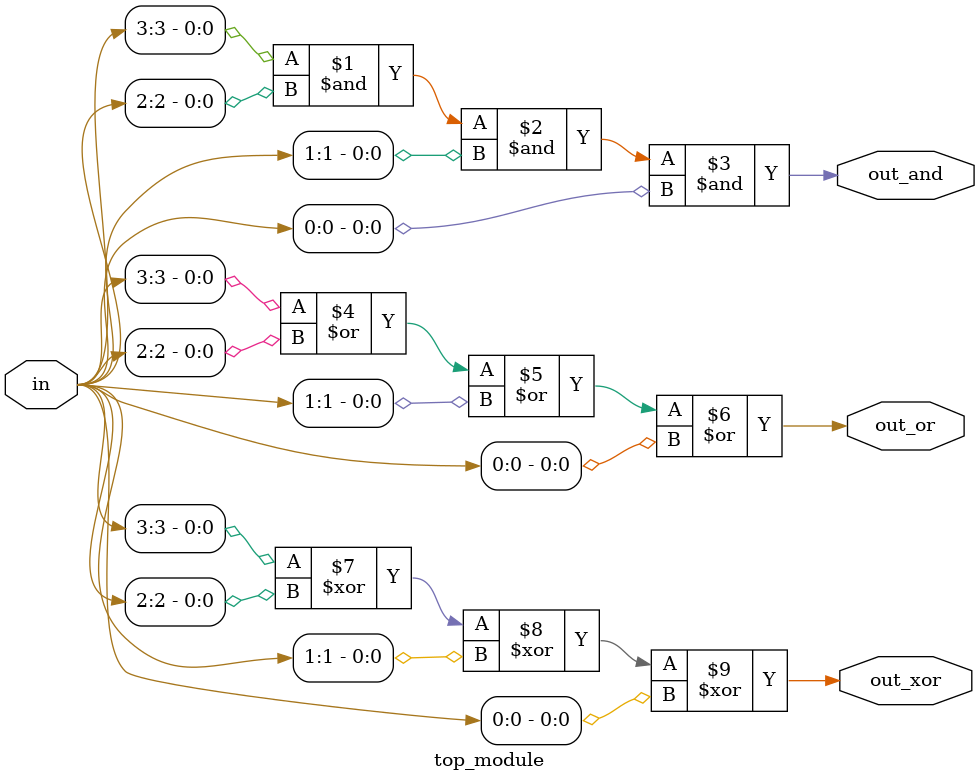
<source format=sv>
module top_module (
	input [3:0] in,
	output out_and,
	output out_or,
	output out_xor
);

assign out_and = in[3] & in[2] & in[1] & in[0];
assign out_or  = in[3] | in[2] | in[1] | in[0];
assign out_xor = in[3] ^ in[2] ^ in[1] ^ in[0];

endmodule

</source>
